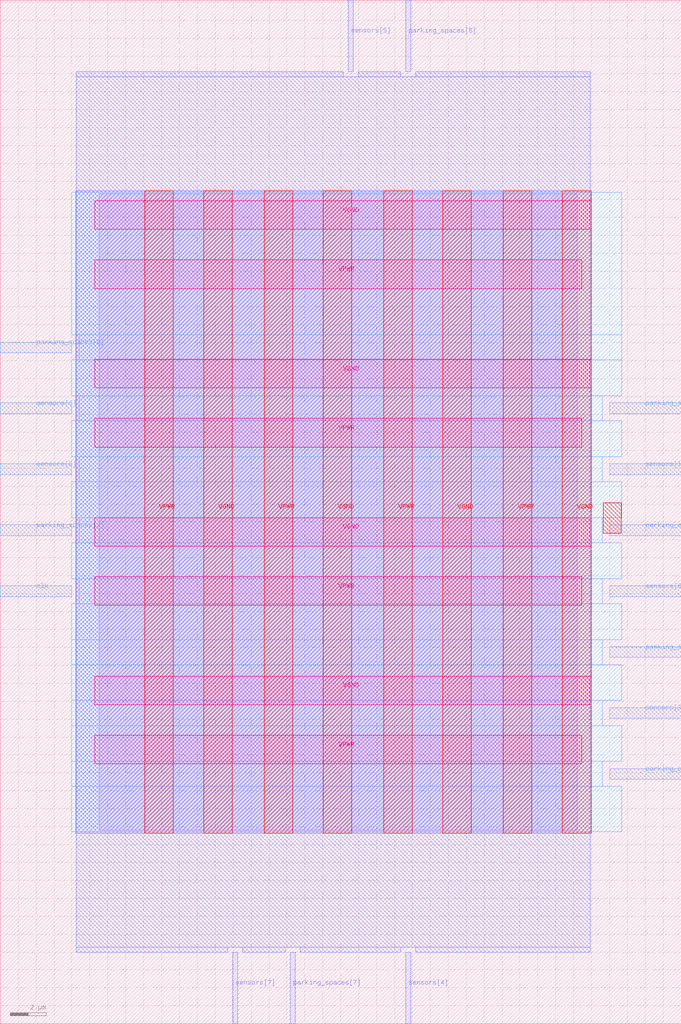
<source format=lef>
VERSION 5.7 ;
  NOWIREEXTENSIONATPIN ON ;
  DIVIDERCHAR "/" ;
  BUSBITCHARS "[]" ;
MACRO car_park
  CLASS BLOCK ;
  FOREIGN car_park ;
  ORIGIN 0.000 0.000 ;
  SIZE 38.000 BY 57.120 ;
  PIN VGND
    DIRECTION INOUT ;
    USE GROUND ;
    PORT
      LAYER met4 ;
        RECT 11.355 10.640 12.955 46.480 ;
    END
    PORT
      LAYER met4 ;
        RECT 18.025 10.640 19.625 46.480 ;
    END
    PORT
      LAYER met4 ;
        RECT 24.695 10.640 26.295 46.480 ;
    END
    PORT
      LAYER met4 ;
        RECT 31.365 10.640 32.965 46.480 ;
    END
    PORT
      LAYER met5 ;
        RECT 5.280 17.800 32.965 19.400 ;
    END
    PORT
      LAYER met5 ;
        RECT 5.280 26.640 32.965 28.240 ;
    END
    PORT
      LAYER met5 ;
        RECT 5.280 35.480 32.965 37.080 ;
    END
    PORT
      LAYER met5 ;
        RECT 5.280 44.320 32.965 45.920 ;
    END
  END VGND
  PIN VPWR
    DIRECTION INOUT ;
    USE POWER ;
    PORT
      LAYER met4 ;
        RECT 8.055 10.640 9.655 46.480 ;
    END
    PORT
      LAYER met4 ;
        RECT 14.725 10.640 16.325 46.480 ;
    END
    PORT
      LAYER met4 ;
        RECT 21.395 10.640 22.995 46.480 ;
    END
    PORT
      LAYER met4 ;
        RECT 28.065 10.640 29.665 46.480 ;
    END
    PORT
      LAYER met5 ;
        RECT 5.280 14.500 32.440 16.100 ;
    END
    PORT
      LAYER met5 ;
        RECT 5.280 23.340 32.440 24.940 ;
    END
    PORT
      LAYER met5 ;
        RECT 5.280 32.180 32.440 33.780 ;
    END
    PORT
      LAYER met5 ;
        RECT 5.280 41.020 32.440 42.620 ;
    END
  END VPWR
  PIN clk
    DIRECTION INPUT ;
    USE SIGNAL ;
    ANTENNAGATEAREA 0.852000 ;
    PORT
      LAYER met3 ;
        RECT 0.000 23.840 4.000 24.440 ;
    END
  END clk
  PIN parking_spaces[0]
    DIRECTION OUTPUT ;
    USE SIGNAL ;
    ANTENNADIFFAREA 0.445500 ;
    PORT
      LAYER met3 ;
        RECT 0.000 37.440 4.000 38.040 ;
    END
  END parking_spaces[0]
  PIN parking_spaces[1]
    DIRECTION OUTPUT ;
    USE SIGNAL ;
    ANTENNADIFFAREA 0.445500 ;
    PORT
      LAYER met3 ;
        RECT 34.000 34.040 38.000 34.640 ;
    END
  END parking_spaces[1]
  PIN parking_spaces[2]
    DIRECTION OUTPUT ;
    USE SIGNAL ;
    ANTENNADIFFAREA 0.445500 ;
    PORT
      LAYER met3 ;
        RECT 0.000 27.240 4.000 27.840 ;
    END
  END parking_spaces[2]
  PIN parking_spaces[3]
    DIRECTION OUTPUT ;
    USE SIGNAL ;
    ANTENNADIFFAREA 0.445500 ;
    PORT
      LAYER met3 ;
        RECT 34.000 20.440 38.000 21.040 ;
    END
  END parking_spaces[3]
  PIN parking_spaces[4]
    DIRECTION OUTPUT ;
    USE SIGNAL ;
    ANTENNADIFFAREA 0.445500 ;
    PORT
      LAYER met3 ;
        RECT 34.000 13.640 38.000 14.240 ;
    END
  END parking_spaces[4]
  PIN parking_spaces[5]
    DIRECTION OUTPUT ;
    USE SIGNAL ;
    ANTENNADIFFAREA 0.795200 ;
    PORT
      LAYER met2 ;
        RECT 22.630 53.120 22.910 57.120 ;
    END
  END parking_spaces[5]
  PIN parking_spaces[6]
    DIRECTION OUTPUT ;
    USE SIGNAL ;
    ANTENNADIFFAREA 0.445500 ;
    PORT
      LAYER met3 ;
        RECT 34.000 27.240 38.000 27.840 ;
    END
  END parking_spaces[6]
  PIN parking_spaces[7]
    DIRECTION OUTPUT ;
    USE SIGNAL ;
    ANTENNADIFFAREA 0.445500 ;
    PORT
      LAYER met2 ;
        RECT 16.190 0.000 16.470 4.000 ;
    END
  END parking_spaces[7]
  PIN sensors[0]
    DIRECTION INPUT ;
    USE SIGNAL ;
    ANTENNAGATEAREA 0.196500 ;
    PORT
      LAYER met3 ;
        RECT 0.000 34.040 4.000 34.640 ;
    END
  END sensors[0]
  PIN sensors[1]
    DIRECTION INPUT ;
    USE SIGNAL ;
    ANTENNAGATEAREA 0.196500 ;
    PORT
      LAYER met3 ;
        RECT 34.000 30.640 38.000 31.240 ;
    END
  END sensors[1]
  PIN sensors[2]
    DIRECTION INPUT ;
    USE SIGNAL ;
    ANTENNAGATEAREA 0.196500 ;
    PORT
      LAYER met3 ;
        RECT 0.000 30.640 4.000 31.240 ;
    END
  END sensors[2]
  PIN sensors[3]
    DIRECTION INPUT ;
    USE SIGNAL ;
    ANTENNAGATEAREA 0.196500 ;
    PORT
      LAYER met3 ;
        RECT 34.000 17.040 38.000 17.640 ;
    END
  END sensors[3]
  PIN sensors[4]
    DIRECTION INPUT ;
    USE SIGNAL ;
    ANTENNAGATEAREA 0.196500 ;
    PORT
      LAYER met2 ;
        RECT 22.630 0.000 22.910 4.000 ;
    END
  END sensors[4]
  PIN sensors[5]
    DIRECTION INPUT ;
    USE SIGNAL ;
    ANTENNAGATEAREA 0.196500 ;
    PORT
      LAYER met2 ;
        RECT 19.410 53.120 19.690 57.120 ;
    END
  END sensors[5]
  PIN sensors[6]
    DIRECTION INPUT ;
    USE SIGNAL ;
    ANTENNAGATEAREA 0.196500 ;
    PORT
      LAYER met3 ;
        RECT 34.000 23.840 38.000 24.440 ;
    END
  END sensors[6]
  PIN sensors[7]
    DIRECTION INPUT ;
    USE SIGNAL ;
    ANTENNAGATEAREA 0.196500 ;
    PORT
      LAYER met2 ;
        RECT 12.970 0.000 13.250 4.000 ;
    END
  END sensors[7]
  OBS
      LAYER li1 ;
        RECT 5.520 10.795 32.200 46.325 ;
      LAYER met1 ;
        RECT 4.210 10.640 32.965 46.480 ;
      LAYER met2 ;
        RECT 4.230 52.840 19.130 53.120 ;
        RECT 19.970 52.840 22.350 53.120 ;
        RECT 23.190 52.840 32.935 53.120 ;
        RECT 4.230 4.280 32.935 52.840 ;
        RECT 4.230 4.000 12.690 4.280 ;
        RECT 13.530 4.000 15.910 4.280 ;
        RECT 16.750 4.000 22.350 4.280 ;
        RECT 23.190 4.000 32.935 4.280 ;
      LAYER met3 ;
        RECT 3.990 38.440 34.690 46.405 ;
        RECT 4.400 37.040 34.690 38.440 ;
        RECT 3.990 35.040 34.690 37.040 ;
        RECT 4.400 33.640 33.600 35.040 ;
        RECT 3.990 31.640 34.690 33.640 ;
        RECT 4.400 30.240 33.600 31.640 ;
        RECT 3.990 28.240 34.690 30.240 ;
        RECT 4.400 26.840 33.600 28.240 ;
        RECT 3.990 24.840 34.690 26.840 ;
        RECT 4.400 23.440 33.600 24.840 ;
        RECT 3.990 21.440 34.690 23.440 ;
        RECT 3.990 20.040 33.600 21.440 ;
        RECT 3.990 18.040 34.690 20.040 ;
        RECT 3.990 16.640 33.600 18.040 ;
        RECT 3.990 14.640 34.690 16.640 ;
        RECT 3.990 13.240 33.600 14.640 ;
        RECT 3.990 10.715 34.690 13.240 ;
      LAYER met4 ;
        RECT 33.645 27.375 34.665 29.065 ;
  END
END car_park
END LIBRARY


</source>
